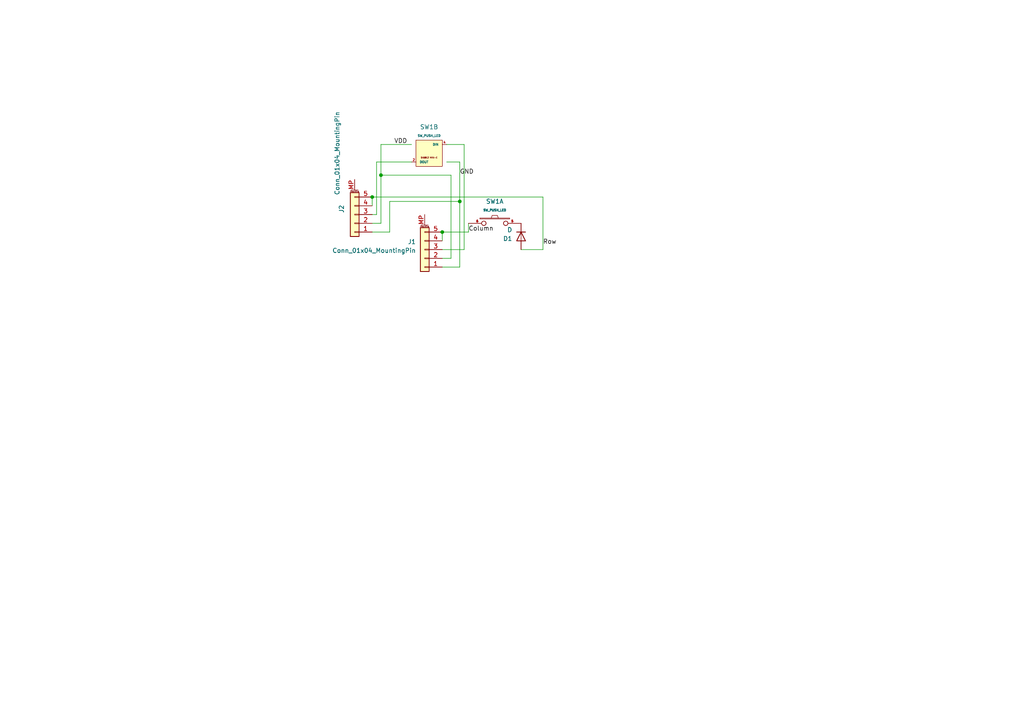
<source format=kicad_sch>
(kicad_sch (version 20230121) (generator eeschema)
  (paper "A4")
  (lib_symbols
    (symbol "Connector_Generic_MountingPin:Conn_01x05_MountingPin" (pin_names (offset 1.016) hide)
      (property "Reference" "J" (at 0 7.62 0))
      (property "Value" "Conn_01x05_MountingPin" (at 1.27 -7.62 0))
      (symbol "Conn_01x05_MountingPin_1_1"
        (rectangle (start -1.27 -4.953) (end 0 -5.207) (stroke (width 0.1524)))
        (rectangle (start -1.27 -2.413) (end 0 -2.667) (stroke (width 0.1524)))
        (rectangle (start -1.27 0.127) (end 0 -0.127) (stroke (width 0.1524)))
        (rectangle (start -1.27 2.667) (end 0 2.413) (stroke (width 0.1524)))
        (rectangle (start -1.27 5.207) (end 0 4.953) (stroke (width 0.1524)))
        (rectangle (start -1.27 6.35) (end 1.27 -6.35) (stroke (width 0.254)) (fill (type background)))
        (polyline (pts (xy -1.016 -7.112) (xy 1.016 -7.112)) (stroke (width 0.1524)))
        (text "Mounting" (at 0 -6.731 0) (effects (font (size 0.381 0.381))))
        (pin passive line (at -5.08 5.08 0) (length 3.81) (name "Pin_1") (number "1"))
        (pin passive line (at -5.08 2.54 0) (length 3.81) (name "Pin_2") (number "2"))
        (pin passive line (at -5.08 0 0) (length 3.81) (name "Pin_3") (number "3"))
        (pin passive line (at -5.08 -2.54 0) (length 3.81) (name "Pin_4") (number "4"))
        (pin passive line (at -5.08 -5.08 0) (length 3.81) (name "Pin_5") (number "5"))
        (pin passive line (at 0 -10.16 90) (length 3.048) (name "MountPin") (number "MP"))
      )
    )
    (symbol "Device:D" (pin_numbers hide) (pin_names (offset 1.016) hide)
      (property "Reference" "D" (at 0 2.54 0))
      (property "Value" "D" (at 0 -2.54 0))
      (symbol "D_0_1"
        (polyline (pts (xy -1.27 1.27) (xy -1.27 -1.27)) (stroke (width 0.254)))
        (polyline (pts (xy 1.27 0) (xy -1.27 0)))
        (polyline (pts (xy 1.27 1.27) (xy 1.27 -1.27) (xy -1.27 0) (xy 1.27 1.27)) (stroke (width 0.254)))
      )
      (symbol "D_1_1"
        (pin passive line (at -3.81 0 0) (length 2.54) (name "K") (number "1"))
        (pin passive line (at 3.81 0 180) (length 2.54) (name "A") (number "2"))
      )
    )
    (symbol "Ergodonk_symbols:SW_PUSH_LED" (pin_names (offset 1.016))
      (property "Reference" "SW?" (at 0 0 0))
      (property "Value" "SW_PUSH_LED" (at 0 -5.08 0))
      (symbol "SW_PUSH_LED_1_1"
        (rectangle (start -4.318 1.27) (end 4.318 1.524))
        (polyline (pts (xy -1.016 1.524) (xy -0.762 2.286) (xy 0.762 2.286) (xy 1.016 1.524)))
        (pin passive inverted (at 7.62 0 180) (length 5.08) (name "~") (number "5"))
        (pin passive inverted (at -7.62 0 0) (length 5.08) (name "~") (number "6"))
      )
      (symbol "SW_PUSH_LED_2_0"
        (text "SK6812 MINI-E" (at 0 -1.27 0) (effects (font (size 0.4064 0.4064))))
      )
      (symbol "SW_PUSH_LED_2_1"
        (rectangle (start 3.81 -3.81) (end -3.81 3.81) (fill (type background)))
        (pin power_in line (at -5.08 2.54 0) (length 1.27) hide (name "VDD") (number "1"))
        (pin output line (at -5.08 -2.54 0) (length 1.27) (name "DOUT") (number "2"))
        (pin power_in line (at 5.08 -2.54 180) (length 1.27) hide (name "GND") (number "3"))
        (pin input line (at 5.08 2.54 180) (length 1.27) (name "DIN") (number "4"))
      )
    )
  )
  (junction (at 128.27 67.31))
  (junction (at 110.49 50.8))
  (junction (at 133.35 58.42))
  (junction (at 107.95 57.15))
  (wire (pts (xy 133.35 77.47) (xy 128.27 77.47)))
  (wire (pts (xy 128.27 67.31) (xy 128.27 69.85)))
  (wire (pts (xy 151.13 72.39) (xy 157.48 72.39)))
  (wire (pts (xy 109.22 62.23) (xy 107.95 62.23)))
  (wire (pts (xy 113.03 58.42) (xy 133.35 58.42)))
  (wire (pts (xy 110.49 50.8) (xy 110.49 64.77)))
  (wire (pts (xy 157.48 72.39) (xy 157.48 57.15)))
  (wire (pts (xy 109.22 46.99) (xy 109.22 62.23)))
  (wire (pts (xy 134.62 41.91) (xy 134.62 72.39)))
  (wire (pts (xy 119.38 46.99) (xy 109.22 46.99)))
  (wire (pts (xy 110.49 41.91) (xy 119.38 41.91)))
  (wire (pts (xy 134.62 72.39) (xy 128.27 72.39)))
  (wire (pts (xy 130.81 74.93) (xy 128.27 74.93)))
  (wire (pts (xy 110.49 50.8) (xy 130.81 50.8)))
  (wire (pts (xy 107.95 57.15) (xy 157.48 57.15)))
  (wire (pts (xy 110.49 64.77) (xy 107.95 64.77)))
  (wire (pts (xy 107.95 57.15) (xy 107.95 59.69)))
  (wire (pts (xy 110.49 41.91) (xy 110.49 50.8)))
  (wire (pts (xy 113.03 67.31) (xy 113.03 58.42)))
  (wire (pts (xy 130.81 50.8) (xy 130.81 74.93)))
  (wire (pts (xy 133.35 58.42) (xy 133.35 77.47)))
  (wire (pts (xy 129.54 41.91) (xy 134.62 41.91)))
  (wire (pts (xy 133.35 46.99) (xy 129.54 46.99)))
  (wire (pts (xy 107.95 67.31) (xy 113.03 67.31)))
  (wire (pts (xy 135.89 64.77) (xy 135.89 67.31)))
  (wire (pts (xy 133.35 46.99) (xy 133.35 58.42)))
  (wire (pts (xy 128.27 67.31) (xy 135.89 67.31)))
  (label "Column" (at 135.89 67.31 0))
  (label "VDD" (at 114.3 41.91 0))
  (label "GND" (at 133.35 50.8 0))
  (label "Row" (at 157.48 71.12 0))
  (symbol (lib_id "Connector_Generic_MountingPin:Conn_01x05_MountingPin") (at 123.19 72.39 180) (unit 1)
    (property "Reference" "J1" (at 120.65 70.1294 0) (effects (justify left)))
    (property "Value" "Conn_01x04_MountingPin" (at 120.65 72.6694 0) (effects (justify left)))
    (property "Footprint" "Amoeba_executive_footprints:amoeba_executive_5pinn_conn" (effects hide))
  )
  (symbol (lib_id "Connector_Generic_MountingPin:Conn_01x05_MountingPin") (at 102.87 62.23 180) (unit 1)
    (property "Reference" "J2" (at 99.06 60.6044 90))
    (property "Value" "Conn_01x04_MountingPin" (at 97.79 44.45 90))
    (property "Footprint" "Amoeba_executive_footprints:amoeba_executive_5pinn_conn" (effects hide))
  )
  (symbol (lib_id "Device:D") (at 151.13 68.58 270) (unit 1)
    (property "Reference" "D1" (at 148.59 69.215 90) (effects (justify right)))
    (property "Value" "D" (at 148.59 66.675 90) (effects (justify right)))
    (property "Footprint" "Amoeba_executive_footprints:D_SOD-123_DO-35_Hybrid_Single_sided" (effects hide))
    (property "Sim.Device" "D" (effects hide))
    (property "Sim.Pins" "1=K 2=A" (effects hide))
  )
  (symbol (lib_id "Ergodonk_symbols:SW_PUSH_LED") (at 124.46 44.45 0) (unit 2)
    (property "Reference" "SW1" (at 124.46 36.83 0))
    (property "Value" "SW_PUSH_LED" (at 124.46 39.37 0) (effects (font (size 0.635 0.635))))
    (property "Footprint" "Amoeba_executive_footprints:amoeba_executive_V4" (effects hide))
  )
  (symbol (lib_id "Ergodonk_symbols:SW_PUSH_LED") (at 143.51 64.77 0) (unit 1)
    (property "Reference" "SW1" (at 143.51 58.42 0))
    (property "Value" "SW_PUSH_LED" (at 143.51 60.96 0) (effects (font (size 0.635 0.635))))
    (property "Footprint" "Amoeba_executive_footprints:amoeba_executive_V4" (effects hide))
  )
)
</source>
